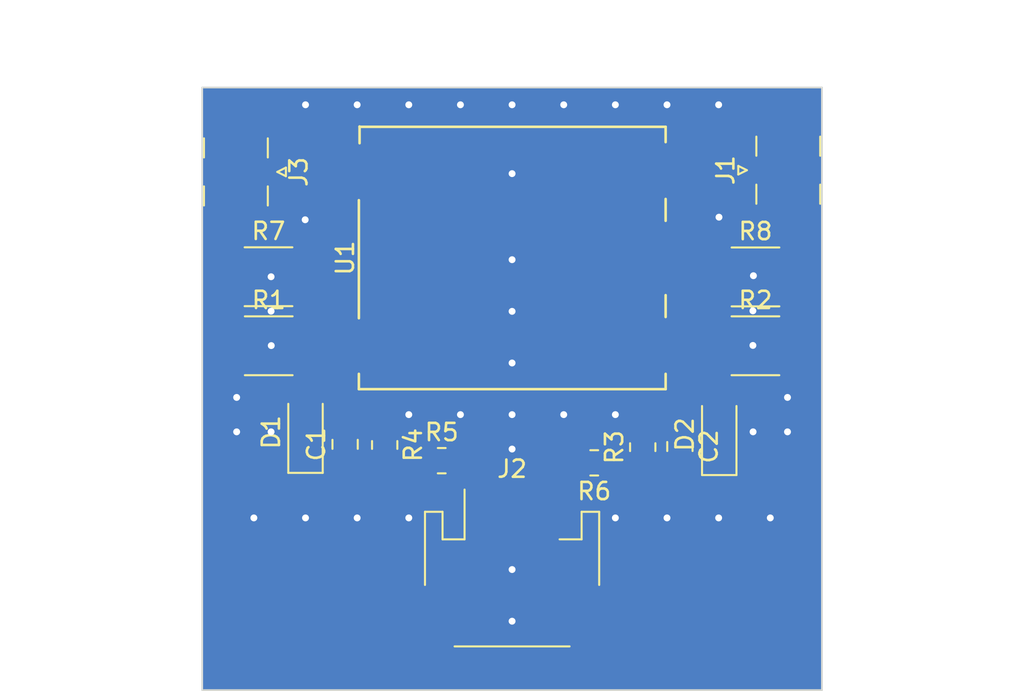
<source format=kicad_pcb>
(kicad_pcb (version 20221018) (generator pcbnew)
  (layers (0 "F.Cu" signal) (31 "B.Cu" signal) (34 "B.Paste" user) (35 "F.Paste" user) (36 "B.SilkS" user "B.Silkscreen") (37 "F.SilkS" user "F.Silkscreen") (38 "B.Mask" user) (39 "F.Mask" user) (44 "Edge.Cuts" user))
  (net 0 "")
  (net 1 "Net-(D1-K)")
  (net 2 "Earth")
  (net 3 "Net-(D2-K)")
  (net 4 "Net-(D1-A)")
  (net 5 "Net-(D2-A)")
  (net 6 "/OUT")
  (net 7 "/REF")
  (net 8 "/FWD")
  (net 9 "/IN")
  (footprint "Capacitor_SMD:C_0805_2012Metric" (layer "F.Cu") (at 150.749 65.852 -90)
    (fp_text reference "C2" (at 0 -1.68 -270) (layer "F.SilkS"))
    (fp_text value "104")
    (fp_line (start -0.261252 -0.735) (end 0.261252 -0.735) (stroke (width 0.12)) (layer "F.SilkS"))
    (fp_line (start -0.261252 0.735) (end 0.261252 0.735) (stroke (width 0.12)) (layer "F.SilkS"))
    (pad "1" smd roundrect (at -0.95 0 270) (size 1 1.45) (layers "F.Cu" "F.Paste" "F.Mask") (net 2 "Earth"))
    (pad "2" smd roundrect (at 0.95 0 270) (size 1 1.45) (layers "F.Cu" "F.Paste" "F.Mask") (net 3 "Net-(D2-K)"))
  )
  (footprint "Resistor_SMD:R_0805_2012Metric" (layer "F.Cu") (at 133.6 65.7625 -90)
    (fp_text reference "R4" (at 0 -1.65 90) (layer "F.SilkS"))
    (fp_text value "223")
    (fp_line (start -0.227064 -0.735) (end 0.227064 -0.735) (stroke (width 0.12)) (layer "F.SilkS"))
    (fp_line (start -0.227064 0.735) (end 0.227064 0.735) (stroke (width 0.12)) (layer "F.SilkS"))
    (pad "1" smd roundrect (at -0.9125 0 270) (size 1.025 1.4) (layers "F.Cu" "F.Paste" "F.Mask") (roundrect_rratio 0.243902) (net 2 "Earth"))
    (pad "2" smd roundrect (at 0.9125 0 270) (size 1.025 1.4) (layers "F.Cu" "F.Paste" "F.Mask") (roundrect_rratio 0.243902) (net 1 "Net-(D1-K)"))
  )
  (footprint "PhilsFootprintLibrary:Balun_5PIN_BN-43-202_SMD_SWR_Bridge" (layer "F.Cu") (at 141 54.9 180)
    (fp_text reference "U1" (at 9.7 0 90) (layer "F.SilkS"))
    (fp_text value "~")
    (fp_line (start -8.92 -7.62) (end 8.9 -7.62) (stroke (width 0.15)) (layer "F.SilkS"))
    (fp_line (start -8.92 -6.731) (end -8.92 -7.62) (stroke (width 0.15)) (layer "F.SilkS"))
    (fp_line (start -8.92 -3.429) (end -8.92 -2.159) (stroke (width 0.15)) (layer "F.SilkS"))
    (fp_line (start -8.92 3.429) (end -8.92 2.159) (stroke (width 0.15)) (layer "F.SilkS"))
    (fp_line (start -8.92 7.62) (end -8.92 6.731) (stroke (width 0.15)) (layer "F.SilkS"))
    (fp_line (start 8.86 6.6675) (end 8.86 7.64) (stroke (width 0.15)) (layer "F.SilkS"))
    (fp_line (start 8.86 7.62) (end -8.92 7.62) (stroke (width 0.15)) (layer "F.SilkS"))
    (fp_line (start 8.9 -7.62) (end 8.9 -6.731) (stroke (width 0.15)) (layer "F.SilkS"))
    (fp_line (start 8.9 -3.5) (end 8.9 3.358) (stroke (width 0.15)) (layer "F.SilkS"))
    (pad "1" smd roundrect (at 8.92 5 180) (size 3 3) (layers "F.Cu" "F.Paste" "F.Mask") (net 9 "/IN"))
    (pad "2" smd roundrect (at -8.92 5.08 180) (size 3 3) (layers "F.Cu" "F.Paste" "F.Mask") (net 6 "/OUT"))
    (pad "3" smd roundrect (at -8.92 0 180) (size 3 4) (layers "F.Cu" "F.Paste" "F.Mask") (net 2 "Earth"))
    (pad "4" smd roundrect (at -8.92 -5.08 180) (size 3 3) (layers "F.Cu" "F.Paste" "F.Mask") (net 5 "Net-(D2-A)"))
    (pad "5" smd roundrect (at 8.92 -5.08 180) (size 3 3) (layers "F.Cu" "F.Paste" "F.Mask") (net 4 "Net-(D1-A)"))
  )
  (footprint "Connector_JST:JST_PH_S3B-PH-SM4-TB_1x03-1MP_P2.00mm_Horizontal" (layer "F.Cu") (at 141 72.954)
    (fp_text reference "J2" (at 0 -5.8) (layer "F.SilkS"))
    (fp_text value "Conn_01x03_MountingPin")
    (fp_line (start -5.06 -3.31) (end -4.04 -3.31) (stroke (width 0.12)) (layer "F.SilkS"))
    (fp_line (start -5.06 0.94) (end -5.06 -3.31) (stroke (width 0.12)) (layer "F.SilkS"))
    (fp_line (start -4.04 -3.31) (end -4.04 -1.71) (stroke (width 0.12)) (layer "F.SilkS"))
    (fp_line (start -4.04 -1.71) (end -2.76 -1.71) (stroke (width 0.12)) (layer "F.SilkS"))
    (fp_line (start -3.34 4.51) (end 3.34 4.51) (stroke (width 0.12)) (layer "F.SilkS"))
    (fp_line (start -2.76 -1.71) (end -2.76 -4.6) (stroke (width 0.12)) (layer "F.SilkS"))
    (fp_line (start 4.04 -3.31) (end 4.04 -1.71) (stroke (width 0.12)) (layer "F.SilkS"))
    (fp_line (start 4.04 -1.71) (end 2.76 -1.71) (stroke (width 0.12)) (layer "F.SilkS"))
    (fp_line (start 5.06 -3.31) (end 4.04 -3.31) (stroke (width 0.12)) (layer "F.SilkS"))
    (fp_line (start 5.06 0.94) (end 5.06 -3.31) (stroke (width 0.12)) (layer "F.SilkS"))
    (pad "1" smd roundrect (at -2 -2.85) (size 1 3.5) (layers "F.Cu" "F.Paste" "F.Mask") (net 8 "/FWD"))
    (pad "2" smd roundrect (at 0 -2.85) (size 1 3.5) (layers "F.Cu" "F.Paste" "F.Mask") (net 2 "Earth"))
    (pad "3" smd roundrect (at 2 -2.85) (size 1 3.5) (layers "F.Cu" "F.Paste" "F.Mask") (net 7 "/REF"))
    (pad "MP" smd roundrect (at -4.35 2.9) (size 1.5 3.4) (layers "F.Cu" "F.Paste" "F.Mask") (roundrect_rratio 0.166667) (net 2 "Earth"))
    (pad "MP" smd roundrect (at 4.35 2.9) (size 1.5 3.4) (layers "F.Cu" "F.Paste" "F.Mask") (roundrect_rratio 0.166667) (net 2 "Earth"))
  )
  (footprint "Resistor_SMD:R_1812_4532Metric" (layer "F.Cu") (at 155.14 56)
    (fp_text reference "R8" (at 0 -2.65) (layer "F.SilkS"))
    (fp_text value "101")
    (fp_line (start -1.386252 -1.71) (end 1.386252 -1.71) (stroke (width 0.12)) (layer "F.SilkS"))
    (fp_line (start -1.386252 1.71) (end 1.386252 1.71) (stroke (width 0.12)) (layer "F.SilkS"))
    (pad "1" smd roundrect (at -2.1375 0) (size 1.125 3.4) (layers "F.Cu" "F.Paste" "F.Mask") (roundrect_rratio 0.222222) (net 5 "Net-(D2-A)"))
    (pad "2" smd roundrect (at 2.1375 0) (size 1.125 3.4) (layers "F.Cu" "F.Paste" "F.Mask") (roundrect_rratio 0.222222) (net 2 "Earth"))
  )
  (footprint "Resistor_SMD:R_1812_4532Metric" (layer "F.Cu") (at 126.8625 60)
    (fp_text reference "R1" (at 0 -2.65) (layer "F.SilkS"))
    (fp_text value "101")
    (fp_line (start -1.386252 -1.71) (end 1.386252 -1.71) (stroke (width 0.12)) (layer "F.SilkS"))
    (fp_line (start -1.386252 1.71) (end 1.386252 1.71) (stroke (width 0.12)) (layer "F.SilkS"))
    (pad "1" smd roundrect (at -2.1375 0) (size 1.125 3.4) (layers "F.Cu" "F.Paste" "F.Mask") (roundrect_rratio 0.222222) (net 2 "Earth"))
    (pad "2" smd roundrect (at 2.1375 0) (size 1.125 3.4) (layers "F.Cu" "F.Paste" "F.Mask") (roundrect_rratio 0.222222) (net 4 "Net-(D1-A)"))
  )
  (footprint "Resistor_SMD:R_1812_4532Metric" (layer "F.Cu") (at 126.85 55.99)
    (fp_text reference "R7" (at 0 -2.65) (layer "F.SilkS"))
    (fp_text value "101")
    (fp_line (start -1.386252 -1.71) (end 1.386252 -1.71) (stroke (width 0.12)) (layer "F.SilkS"))
    (fp_line (start -1.386252 1.71) (end 1.386252 1.71) (stroke (width 0.12)) (layer "F.SilkS"))
    (pad "1" smd roundrect (at -2.1375 0) (size 1.125 3.4) (layers "F.Cu" "F.Paste" "F.Mask") (roundrect_rratio 0.222222) (net 2 "Earth"))
    (pad "2" smd roundrect (at 2.1375 0) (size 1.125 3.4) (layers "F.Cu" "F.Paste" "F.Mask") (roundrect_rratio 0.222222) (net 4 "Net-(D1-A)"))
  )
  (footprint "Resistor_SMD:R_0805_2012Metric" (layer "F.Cu") (at 148.59 65.8895 90)
    (fp_text reference "R3" (at 0 -1.65 90) (layer "F.SilkS"))
    (fp_text value "223")
    (fp_line (start -0.227064 -0.735) (end 0.227064 -0.735) (stroke (width 0.12)) (layer "F.SilkS"))
    (fp_line (start -0.227064 0.735) (end 0.227064 0.735) (stroke (width 0.12)) (layer "F.SilkS"))
    (pad "1" smd roundrect (at -0.9125 0 90) (size 1.025 1.4) (layers "F.Cu" "F.Paste" "F.Mask") (roundrect_rratio 0.243902) (net 3 "Net-(D2-K)"))
    (pad "2" smd roundrect (at 0.9125 0 90) (size 1.025 1.4) (layers "F.Cu" "F.Paste" "F.Mask") (roundrect_rratio 0.243902) (net 2 "Earth"))
  )
  (footprint "Diode_SMD:D_SOD-123" (layer "F.Cu") (at 153.035 65.15 90)
    (fp_text reference "D2" (at 0 -2 90) (layer "F.SilkS"))
    (fp_text value "D")
    (fp_line (start -2.36 -1) (end -2.36 1) (stroke (width 0.12)) (layer "F.SilkS"))
    (fp_line (start -2.36 -1) (end 1.65 -1) (stroke (width 0.12)) (layer "F.SilkS"))
    (fp_line (start -2.36 1) (end 1.65 1) (stroke (width 0.12)) (layer "F.SilkS"))
    (pad "1" smd roundrect (at -1.65 0 90) (size 0.9 1.2) (layers "F.Cu" "F.Paste" "F.Mask") (net 3 "Net-(D2-K)"))
    (pad "2" smd roundrect (at 1.65 0 90) (size 0.9 1.2) (layers "F.Cu" "F.Paste" "F.Mask") (net 5 "Net-(D2-A)"))
  )
  (footprint "Resistor_SMD:R_1812_4532Metric" (layer "F.Cu") (at 155.1375 60)
    (fp_text reference "R2" (at 0 -2.65) (layer "F.SilkS"))
    (fp_text value "101")
    (fp_line (start -1.386252 -1.71) (end 1.386252 -1.71) (stroke (width 0.12)) (layer "F.SilkS"))
    (fp_line (start -1.386252 1.71) (end 1.386252 1.71) (stroke (width 0.12)) (layer "F.SilkS"))
    (pad "1" smd roundrect (at -2.1375 0) (size 1.125 3.4) (layers "F.Cu" "F.Paste" "F.Mask") (roundrect_rratio 0.222222) (net 5 "Net-(D2-A)"))
    (pad "2" smd roundrect (at 2.1375 0) (size 1.125 3.4) (layers "F.Cu" "F.Paste" "F.Mask") (roundrect_rratio 0.222222) (net 2 "Earth"))
  )
  (footprint "Capacitor_SMD:C_0805_2012Metric" (layer "F.Cu") (at 131.3 65.725 90)
    (fp_text reference "C1" (at 0 -1.68 90) (layer "F.SilkS"))
    (fp_text value "104")
    (fp_line (start -0.261252 -0.735) (end 0.261252 -0.735) (stroke (width 0.12)) (layer "F.SilkS"))
    (fp_line (start -0.261252 0.735) (end 0.261252 0.735) (stroke (width 0.12)) (layer "F.SilkS"))
    (pad "1" smd roundrect (at -0.95 0 90) (size 1 1.45) (layers "F.Cu" "F.Paste" "F.Mask") (net 1 "Net-(D1-K)"))
    (pad "2" smd roundrect (at 0.95 0 90) (size 1 1.45) (layers "F.Cu" "F.Paste" "F.Mask") (net 2 "Earth"))
  )
  (footprint "Connector_Coaxial:SMA_Samtec_SMA-J-P-X-ST-EM1_EdgeMount" (layer "F.Cu") (at 156.9 49.8 90)
    (fp_text reference "J1" (at 0 -3.5 90) (layer "F.SilkS"))
    (fp_text value "OUT")
    (fp_line (start -1.95 -1.71) (end -0.84 -1.71) (stroke (width 0.12)) (layer "F.SilkS"))
    (fp_line (start -1.95 2) (end -0.84 2) (stroke (width 0.12)) (layer "F.SilkS"))
    (fp_line (start -0.25 -2.76) (end 0 -2.26) (stroke (width 0.12)) (layer "F.SilkS"))
    (fp_line (start 0 -2.26) (end 0.25 -2.76) (stroke (width 0.12)) (layer "F.SilkS"))
    (fp_line (start 0.25 -2.76) (end -0.25 -2.76) (stroke (width 0.12)) (layer "F.SilkS"))
    (fp_line (start 0.84 -1.71) (end 1.95 -1.71) (stroke (width 0.12)) (layer "F.SilkS"))
    (fp_line (start 0.84 2) (end 1.95 2) (stroke (width 0.12)) (layer "F.SilkS"))
    (pad "1" smd rect (at 0 0.2 90) (size 1.27 3.6) (layers "F.Cu" "F.Paste" "F.Mask") (net 6 "/OUT"))
    (pad "2" smd rect (at -2.825 0 90) (size 1.35 4.2) (layers "F.Cu" "F.Paste" "F.Mask") (net 2 "Earth"))
    (pad "2" smd rect (at -2.825 0 90) (size 1.35 4.2) (layers "B.Cu" "B.Paste" "B.Mask") (net 2 "Earth"))
    (pad "2" smd rect (at 2.825 0 90) (size 1.35 4.2) (layers "F.Cu" "F.Paste" "F.Mask") (net 2 "Earth"))
    (pad "2" smd rect (at 2.825 0 90) (size 1.35 4.2) (layers "B.Cu" "B.Paste" "B.Mask") (net 2 "Earth"))
  )
  (footprint "Resistor_SMD:R_0805_2012Metric" (layer "F.Cu") (at 145.7725 66.802 180)
    (fp_text reference "R6" (at 0 -1.65) (layer "F.SilkS"))
    (fp_text value "102")
    (fp_line (start -0.227064 -0.735) (end 0.227064 -0.735) (stroke (width 0.12)) (layer "F.SilkS"))
    (fp_line (start -0.227064 0.735) (end 0.227064 0.735) (stroke (width 0.12)) (layer "F.SilkS"))
    (pad "1" smd roundrect (at -0.9125 0 180) (size 1.025 1.4) (layers "F.Cu" "F.Paste" "F.Mask") (roundrect_rratio 0.243902) (net 3 "Net-(D2-K)"))
    (pad "2" smd roundrect (at 0.9125 0 180) (size 1.025 1.4) (layers "F.Cu" "F.Paste" "F.Mask") (roundrect_rratio 0.243902) (net 7 "/REF"))
  )
  (footprint "Resistor_SMD:R_0805_2012Metric" (layer "F.Cu") (at 136.9125 66.675)
    (fp_text reference "R5" (at 0 -1.65) (layer "F.SilkS"))
    (fp_text value "102")
    (fp_line (start -0.227064 -0.735) (end 0.227064 -0.735) (stroke (width 0.12)) (layer "F.SilkS"))
    (fp_line (start -0.227064 0.735) (end 0.227064 0.735) (stroke (width 0.12)) (layer "F.SilkS"))
    (pad "1" smd roundrect (at -0.9125 0) (size 1.025 1.4) (layers "F.Cu" "F.Paste" "F.Mask") (roundrect_rratio 0.243902) (net 1 "Net-(D1-K)"))
    (pad "2" smd roundrect (at 0.9125 0) (size 1.025 1.4) (layers "F.Cu" "F.Paste" "F.Mask") (roundrect_rratio 0.243902) (net 8 "/FWD"))
  )
  (footprint "Diode_SMD:D_SOD-123" (layer "F.Cu") (at 129 65.023 90)
    (fp_text reference "D1" (at 0 -2 90) (layer "F.SilkS"))
    (fp_text value "D")
    (fp_line (start -2.36 -1) (end -2.36 1) (stroke (width 0.12)) (layer "F.SilkS"))
    (fp_line (start -2.36 -1) (end 1.65 -1) (stroke (width 0.12)) (layer "F.SilkS"))
    (fp_line (start -2.36 1) (end 1.65 1) (stroke (width 0.12)) (layer "F.SilkS"))
    (pad "1" smd roundrect (at -1.65 0 90) (size 0.9 1.2) (layers "F.Cu" "F.Paste" "F.Mask") (net 1 "Net-(D1-K)"))
    (pad "2" smd roundrect (at 1.65 0 90) (size 0.9 1.2) (layers "F.Cu" "F.Paste" "F.Mask") (net 4 "Net-(D1-A)"))
  )
  (footprint "Connector_Coaxial:SMA_Samtec_SMA-J-P-X-ST-EM1_EdgeMount" (layer "F.Cu") (at 125.1 49.9 -90)
    (fp_text reference "J3" (at 0 -3.5 90) (layer "F.SilkS"))
    (fp_text value "IN")
    (fp_line (start -1.95 -1.71) (end -0.84 -1.71) (stroke (width 0.12)) (layer "F.SilkS"))
    (fp_line (start -1.95 2) (end -0.84 2) (stroke (width 0.12)) (layer "F.SilkS"))
    (fp_line (start -0.25 -2.76) (end 0 -2.26) (stroke (width 0.12)) (layer "F.SilkS"))
    (fp_line (start 0 -2.26) (end 0.25 -2.76) (stroke (width 0.12)) (layer "F.SilkS"))
    (fp_line (start 0.25 -2.76) (end -0.25 -2.76) (stroke (width 0.12)) (layer "F.SilkS"))
    (fp_line (start 0.84 -1.71) (end 1.95 -1.71) (stroke (width 0.12)) (layer "F.SilkS"))
    (fp_line (start 0.84 2) (end 1.95 2) (stroke (width 0.12)) (layer "F.SilkS"))
    (pad "1" smd rect (at 0 0.2 270) (size 1.27 3.6) (layers "F.Cu" "F.Paste" "F.Mask") (net 9 "/IN"))
    (pad "2" smd rect (at -2.825 0 270) (size 1.35 4.2) (layers "F.Cu" "F.Paste" "F.Mask") (net 2 "Earth"))
    (pad "2" smd rect (at -2.825 0 270) (size 1.35 4.2) (layers "B.Cu" "B.Paste" "B.Mask") (net 2 "Earth"))
    (pad "2" smd rect (at 2.825 0 270) (size 1.35 4.2) (layers "F.Cu" "F.Paste" "F.Mask") (net 2 "Earth"))
    (pad "2" smd rect (at 2.825 0 270) (size 1.35 4.2) (layers "B.Cu" "B.Paste" "B.Mask") (net 2 "Earth"))
  )
  (gr_line (start 123 80) (end 123 45) (stroke (width 0.1)) (layer "Edge.Cuts"))
  (gr_line (start 123 45) (end 159 45) (stroke (width 0.1)) (layer "Edge.Cuts"))
  (gr_line (start 159 45) (end 159 80) (stroke (width 0.1)) (layer "Edge.Cuts"))
  (gr_line (start 159 80) (end 123 80) (stroke (width 0.1)) (layer "Edge.Cuts"))
  (segment (start 129 66.673) (end 129.921 66.673) (width 0.25) (layer "F.Cu") (net 1))
  (segment (start 136 66.675) (end 129.002 66.675) (width 1) (layer "F.Cu") (net 1))
  (segment (start 129.002 66.675) (end 129 66.673) (width 1) (layer "F.Cu") (net 1))
  (via (at 141 73) (size 0.8) (drill 0.4) (layers "F.Cu" "B.Cu") (net 2))
  (via (at 135 70) (size 0.8) (drill 0.4) (layers "F.Cu" "B.Cu") (net 2))
  (via (at 126 70) (size 0.8) (drill 0.4) (layers "F.Cu" "B.Cu") (net 2))
  (via (at 127 65) (size 0.8) (drill 0.4) (layers "F.Cu" "B.Cu") (net 2))
  (via (at 157 63) (size 0.8) (drill 0.4) (layers "F.Cu" "B.Cu") (net 2))
  (via (at 141 50) (size 0.8) (drill 0.4) (layers "F.Cu" "B.Cu") (net 2))
  (via (at 127 57.99) (size 0.8) (drill 0.4) (layers "F.Cu" "B.Cu") (net 2))
  (via (at 154.99 59.98) (size 0.8) (drill 0.4) (layers "F.Cu" "B.Cu") (net 2))
  (via (at 155.02 55.93) (size 0.8) (drill 0.4) (layers "F.Cu" "B.Cu") (net 2))
  (via (at 135 46) (size 0.8) (drill 0.4) (layers "F.Cu" "B.Cu") (net 2))
  (via (at 156 70) (size 0.8) (drill 0.4) (layers "F.Cu" "B.Cu") (net 2))
  (via (at 127 55.99) (size 0.8) (drill 0.4) (layers "F.Cu" "B.Cu") (net 2))
  (via (at 138 64) (size 0.8) (drill 0.4) (layers "F.Cu" "B.Cu") (net 2))
  (via (at 141 66) (size 0.8) (drill 0.4) (layers "F.Cu" "B.Cu") (net 2))
  (via (at 141 46) (size 0.8) (drill 0.4) (layers "F.Cu" "B.Cu") (net 2))
  (via (at 155 65) (size 0.8) (drill 0.4) (layers "F.Cu" "B.Cu") (net 2))
  (via (at 132 70) (size 0.8) (drill 0.4) (layers "F.Cu" "B.Cu") (net 2))
  (via (at 147 70) (size 0.8) (drill 0.4) (layers "F.Cu" "B.Cu") (net 2))
  (via (at 141 55) (size 0.8) (drill 0.4) (layers "F.Cu" "B.Cu") (net 2))
  (via (at 141 61) (size 0.8) (drill 0.4) (layers "F.Cu" "B.Cu") (net 2))
  (via (at 127.01 59.99) (size 0.8) (drill 0.4) (layers "F.Cu" "B.Cu") (net 2))
  (via (at 153 46) (size 0.8) (drill 0.4) (layers "F.Cu" "B.Cu") (net 2))
  (via (at 135 64) (size 0.8) (drill 0.4) (layers "F.Cu" "B.Cu") (net 2))
  (via (at 125 65) (size 0.8) (drill 0.4) (layers "F.Cu" "B.Cu") (net 2))
  (via (at 150 46) (size 0.8) (drill 0.4) (layers "F.Cu" "B.Cu") (net 2))
  (via (at 153.02 52.53) (size 0.8) (drill 0.4) (layers "F.Cu" "B.Cu") (net 2))
  (via (at 129 46) (size 0.8) (drill 0.4) (layers "F.Cu" "B.Cu") (net 2))
  (via (at 141 64) (size 0.8) (drill 0.4) (layers "F.Cu" "B.Cu") (net 2))
  (via (at 141 76) (size 0.8) (drill 0.4) (layers "F.Cu" "B.Cu") (net 2))
  (via (at 147 46) (size 0.8) (drill 0.4) (layers "F.Cu" "B.Cu") (net 2))
  (via (at 138 46) (size 0.8) (drill 0.4) (layers "F.Cu" "B.Cu") (net 2))
  (via (at 154.99 57.97) (size 0.8) (drill 0.4) (layers "F.Cu" "B.Cu") (net 2))
  (via (at 125 63) (size 0.8) (drill 0.4) (layers "F.Cu" "B.Cu") (net 2))
  (via (at 129 70) (size 0.8) (drill 0.4) (layers "F.Cu" "B.Cu") (net 2))
  (via (at 128.98 52.68) (size 0.8) (drill 0.4) (layers "F.Cu" "B.Cu") (net 2))
  (via (at 147 64) (size 0.8) (drill 0.4) (layers "F.Cu" "B.Cu") (net 2))
  (via (at 132 46) (size 0.8) (drill 0.4) (layers "F.Cu" "B.Cu") (net 2))
  (via (at 144 64) (size 0.8) (drill 0.4) (layers "F.Cu" "B.Cu") (net 2))
  (via (at 141 58) (size 0.8) (drill 0.4) (layers "F.Cu" "B.Cu") (net 2))
  (via (at 150 70) (size 0.8) (drill 0.4) (layers "F.Cu" "B.Cu") (net 2))
  (via (at 153 70) (size 0.8) (drill 0.4) (layers "F.Cu" "B.Cu") (net 2))
  (via (at 144 46) (size 0.8) (drill 0.4) (layers "F.Cu" "B.Cu") (net 2))
  (via (at 157 65) (size 0.8) (drill 0.4) (layers "F.Cu" "B.Cu") (net 2))
  (segment (start 146.685 66.802) (end 153.033 66.802) (width 1) (layer "F.Cu") (net 3))
  (segment (start 153.033 66.802) (end 153.035 66.8) (width 0.25) (layer "F.Cu") (net 3))
  (segment (start 132.58 59.98) (end 132.56 60) (width 1) (layer "F.Cu") (net 4))
  (segment (start 132.56 60) (end 129 60) (width 1) (layer "F.Cu") (net 4))
  (segment (start 129 60) (end 129 56.0025) (width 1) (layer "F.Cu") (net 4))
  (segment (start 129 60) (end 129 63.373) (width 1) (layer "F.Cu") (net 4))
  (segment (start 129 56.0025) (end 128.9875 55.99) (width 1) (layer "F.Cu") (net 4))
  (segment (start 153 60) (end 150.44 60) (width 1) (layer "F.Cu") (net 5))
  (segment (start 153 56.1025) (end 153.0025 56.1) (width 1) (layer "F.Cu") (net 5))
  (segment (start 153 60) (end 153 56.1025) (width 1) (layer "F.Cu") (net 5))
  (segment (start 153.035 63.5) (end 153.035 60.035) (width 1) (layer "F.Cu") (net 5))
  (segment (start 150.44 60) (end 150.42 59.98) (width 1) (layer "F.Cu") (net 5))
  (segment (start 153.035 60.035) (end 153 60) (width 1) (layer "F.Cu") (net 5))
  (segment (start 156.3 49.8) (end 150.44 49.8) (width 1.27) (layer "F.Cu") (net 6))
  (segment (start 150.44 49.8) (end 150.42 49.82) (width 0.25) (layer "F.Cu") (net 6))
  (segment (start 143 68.662) (end 144.86 66.802) (width 1) (layer "F.Cu") (net 7))
  (segment (start 143 70.104) (end 143 68.662) (width 1) (layer "F.Cu") (net 7))
  (segment (start 139 67.706) (end 137.969 66.675) (width 1) (layer "F.Cu") (net 8))
  (segment (start 139 70.104) (end 139 67.706) (width 1) (layer "F.Cu") (net 8))
  (segment (start 125.4 49.9) (end 132.58 49.9) (width 1.27) (layer "F.Cu") (net 9))
  (zone (net 2) (net_name "Earth") (layers "F&B.Cu") (connect_pads yes (clearance 0.5)) (min_thickness 0.25) (fill yes (thermal_gap 0.5) (thermal_bridge_width 0.5))
    (polygon (pts (xy 123 45) (xy 159 45) (xy 159 80) (xy 123 80)))
  )
)
</source>
